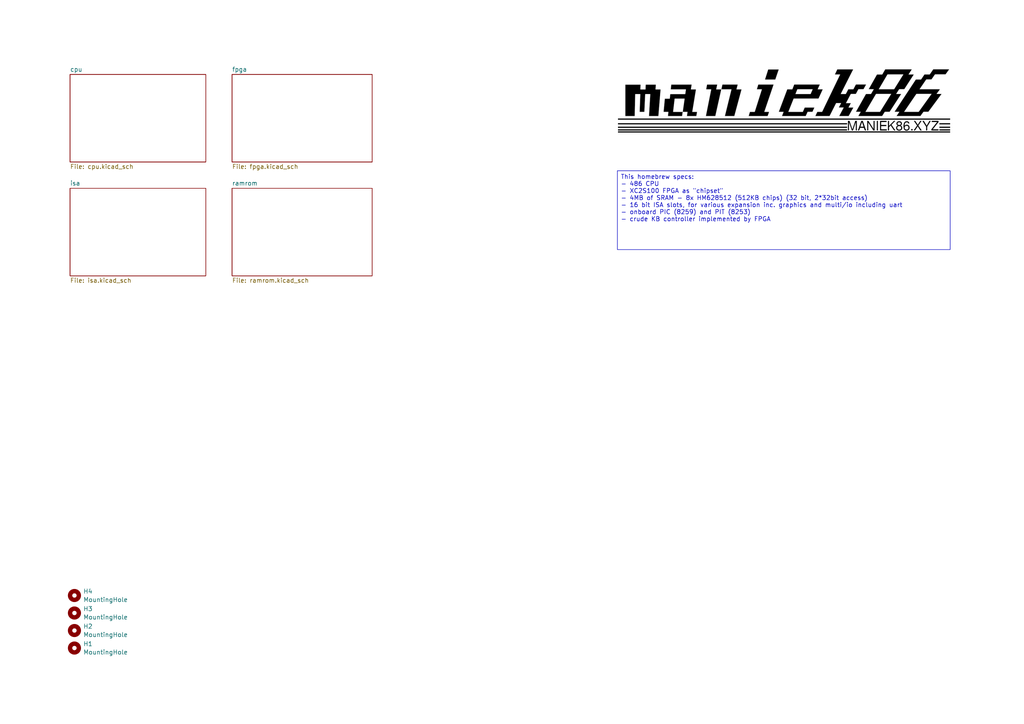
<source format=kicad_sch>
(kicad_sch (version 20250114) (generator "eeschema") (generator_version "9.0")
  (paper "A4")
  (title_block (title "486 Homebrew Computer") (date "2025-09-16") (rev "1") (company "maniek86.xyz"))
  (lib_symbols
    (symbol "Mechanical:MountingHole" (pin_names (offset 1.016)) (in_bom no)
      (property "Reference" "H" (at 0 5.08 0))
      (property "Value" "MountingHole" (at 0 3.175 0))
      (symbol "MountingHole_0_1"
        (circle (center 0 0) (radius 1.27) (stroke (width 1.27)))
      )
    )
  )
  (text_box "This homebrew specs:\n- 486 CPU\n- XC2S100 FPGA as \"chipset\"\n- 4MB of SRAM - 8x HM628512 (512KB chips) (32 bit, 2*32bit access)\n- 16 bit ISA slots, for various expansion inc. graphics and multi/io including uart\n- onboard PIC (8259) and PIT (8253)\n- crude KB controller implemented by FPGA\n" (at 179.07 49.53 0) (size 96.52 22.86) (margins 0.9525 0.9525 0.9525 0.9525) (effects (font (size 1.27 1.27)) (justify left top)))
  (image (at 227.33 29.21))
  (symbol (lib_id "Mechanical:MountingHole") (at 21.59 172.72 0) (unit 1) (in_bom no)
    (property "Reference" "H4" (at 24.13 171.5078 0) (effects (justify left)))
    (property "Value" "MountingHole" (at 24.13 173.9321 0) (effects (justify left)))
    (property "Footprint" "MountingHole:MountingHole_4mm" (effects (hide yes)))
    (property "Description" "Mounting Hole without connection" (effects (hide yes)))
  )
  (symbol (lib_id "Mechanical:MountingHole") (at 21.59 182.88 0) (unit 1) (in_bom no)
    (property "Reference" "H2" (at 24.13 181.6678 0) (effects (justify left)))
    (property "Value" "MountingHole" (at 24.13 184.0921 0) (effects (justify left)))
    (property "Footprint" "MountingHole:MountingHole_4mm" (effects (hide yes)))
    (property "Description" "Mounting Hole without connection" (effects (hide yes)))
  )
  (symbol (lib_id "Mechanical:MountingHole") (at 21.59 177.8 0) (unit 1) (in_bom no)
    (property "Reference" "H3" (at 24.13 176.5878 0) (effects (justify left)))
    (property "Value" "MountingHole" (at 24.13 179.0121 0) (effects (justify left)))
    (property "Footprint" "MountingHole:MountingHole_4mm" (effects (hide yes)))
    (property "Description" "Mounting Hole without connection" (effects (hide yes)))
  )
  (symbol (lib_id "Mechanical:MountingHole") (at 21.59 187.96 0) (unit 1) (in_bom no)
    (property "Reference" "H1" (at 24.13 186.7478 0) (effects (justify left)))
    (property "Value" "MountingHole" (at 24.13 189.1721 0) (effects (justify left)))
    (property "Footprint" "MountingHole:MountingHole_4mm" (effects (hide yes)))
    (property "Description" "Mounting Hole without connection" (effects (hide yes)))
  )
  (sheet (at 67.31 21.59) (size 40.64 25.4) (stroke (width 0.1524))
    (property "Sheetname" "fpga" (at 67.31 20.8784 0) (effects (justify left bottom)))
    (property "Sheetfile" "fpga.kicad_sch" (at 67.31 47.5746 0) (effects (justify left top)))
  )
  (sheet (at 20.32 54.61) (size 39.37 25.4) (stroke (width 0.1524))
    (property "Sheetname" "isa" (at 20.32 53.8984 0) (effects (justify left bottom)))
    (property "Sheetfile" "isa.kicad_sch" (at 20.32 80.5946 0) (effects (justify left top)))
  )
  (sheet (at 20.32 21.59) (size 39.37 25.4) (stroke (width 0.1524))
    (property "Sheetname" "cpu" (at 20.32 20.8784 0) (effects (justify left bottom)))
    (property "Sheetfile" "cpu.kicad_sch" (at 20.32 47.5746 0) (effects (justify left top)))
  )
  (sheet (at 67.31 54.61) (size 40.64 25.4) (stroke (width 0.1524))
    (property "Sheetname" "ramrom" (at 67.31 53.8984 0) (effects (justify left bottom)))
    (property "Sheetfile" "ramrom.kicad_sch" (at 67.31 80.5946 0) (effects (justify left top)))
  )
)
</source>
